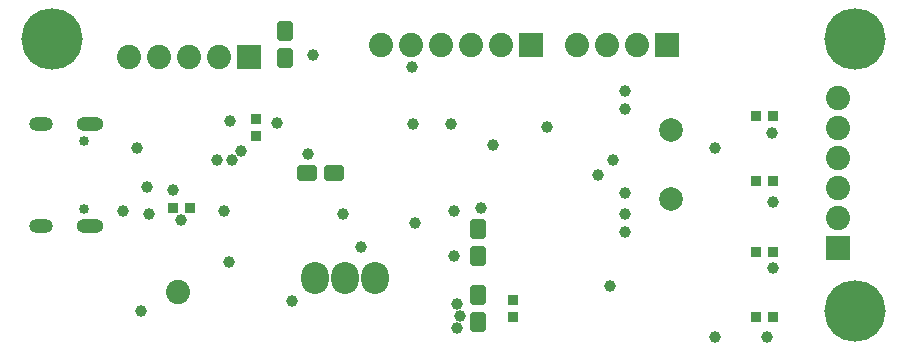
<source format=gbr>
%TF.GenerationSoftware,Altium Limited,Altium Designer,24.0.1 (36)*%
G04 Layer_Color=16711935*
%FSLAX45Y45*%
%MOMM*%
%TF.SameCoordinates,65C793CC-7C80-44E8-9821-AA658A2EEAB5*%
%TF.FilePolarity,Negative*%
%TF.FileFunction,Soldermask,Bot*%
%TF.Part,Single*%
G01*
G75*
%TA.AperFunction,SMDPad,CuDef*%
G04:AMPARAMS|DCode=53|XSize=1.624mm|YSize=1.37mm|CornerRadius=0.14525mm|HoleSize=0mm|Usage=FLASHONLY|Rotation=0.000|XOffset=0mm|YOffset=0mm|HoleType=Round|Shape=RoundedRectangle|*
%AMROUNDEDRECTD53*
21,1,1.62400,1.07950,0,0,0.0*
21,1,1.33350,1.37000,0,0,0.0*
1,1,0.29050,0.66675,-0.53975*
1,1,0.29050,-0.66675,-0.53975*
1,1,0.29050,-0.66675,0.53975*
1,1,0.29050,0.66675,0.53975*
%
%ADD53ROUNDEDRECTD53*%
G04:AMPARAMS|DCode=60|XSize=1.624mm|YSize=1.37mm|CornerRadius=0.14525mm|HoleSize=0mm|Usage=FLASHONLY|Rotation=270.000|XOffset=0mm|YOffset=0mm|HoleType=Round|Shape=RoundedRectangle|*
%AMROUNDEDRECTD60*
21,1,1.62400,1.07950,0,0,270.0*
21,1,1.33350,1.37000,0,0,270.0*
1,1,0.29050,-0.53975,-0.66675*
1,1,0.29050,-0.53975,0.66675*
1,1,0.29050,0.53975,0.66675*
1,1,0.29050,0.53975,-0.66675*
%
%ADD60ROUNDEDRECTD60*%
%TA.AperFunction,ComponentPad*%
%ADD67C,2.05320*%
%ADD68R,2.05320X2.05320*%
%ADD69R,2.05320X2.05320*%
%ADD70C,5.20320*%
%ADD71C,0.85320*%
%ADD72O,2.30320X1.20320*%
%ADD73O,2.00320X1.20320*%
%ADD74O,2.35320X2.70320*%
%TA.AperFunction,ViaPad*%
%ADD75C,2.00320*%
%ADD76C,1.00320*%
%ADD77C,2.05320*%
%TA.AperFunction,SMDPad,CuDef*%
G04:AMPARAMS|DCode=78|XSize=0.862mm|YSize=0.862mm|CornerRadius=0.0881mm|HoleSize=0mm|Usage=FLASHONLY|Rotation=0.000|XOffset=0mm|YOffset=0mm|HoleType=Round|Shape=RoundedRectangle|*
%AMROUNDEDRECTD78*
21,1,0.86200,0.68580,0,0,0.0*
21,1,0.68580,0.86200,0,0,0.0*
1,1,0.17620,0.34290,-0.34290*
1,1,0.17620,-0.34290,-0.34290*
1,1,0.17620,-0.34290,0.34290*
1,1,0.17620,0.34290,0.34290*
%
%ADD78ROUNDEDRECTD78*%
G04:AMPARAMS|DCode=79|XSize=0.862mm|YSize=0.862mm|CornerRadius=0.0881mm|HoleSize=0mm|Usage=FLASHONLY|Rotation=90.000|XOffset=0mm|YOffset=0mm|HoleType=Round|Shape=RoundedRectangle|*
%AMROUNDEDRECTD79*
21,1,0.86200,0.68580,0,0,90.0*
21,1,0.68580,0.86200,0,0,90.0*
1,1,0.17620,0.34290,0.34290*
1,1,0.17620,0.34290,-0.34290*
1,1,0.17620,-0.34290,-0.34290*
1,1,0.17620,-0.34290,0.34290*
%
%ADD79ROUNDEDRECTD79*%
D53*
X2507000Y1516500D02*
D03*
X2735600D02*
D03*
D60*
X2316500Y2723000D02*
D03*
Y2494400D02*
D03*
X3954800Y259200D02*
D03*
Y487800D02*
D03*
Y818000D02*
D03*
Y1046600D02*
D03*
D67*
X1000000Y2500000D02*
D03*
X1762000D02*
D03*
X1508000D02*
D03*
X1254000D02*
D03*
X7000000Y2154000D02*
D03*
Y1900000D02*
D03*
Y1138000D02*
D03*
Y1392000D02*
D03*
Y1646000D02*
D03*
X3130000Y2600000D02*
D03*
X3384000D02*
D03*
X4146000D02*
D03*
X3892000D02*
D03*
X3638000D02*
D03*
X5300000D02*
D03*
X5046000D02*
D03*
X4792000D02*
D03*
D68*
X2016000Y2500000D02*
D03*
X4400000Y2600000D02*
D03*
X5554000D02*
D03*
D69*
X7000000Y884000D02*
D03*
D70*
X7150000Y2650000D02*
D03*
X350000D02*
D03*
X7150000Y350000D02*
D03*
D71*
X618000Y1789000D02*
D03*
Y1211000D02*
D03*
D72*
X668000Y1068000D02*
D03*
Y1932000D02*
D03*
D73*
X250000Y1068000D02*
D03*
Y1932000D02*
D03*
D74*
X2824500Y627500D02*
D03*
X2570500D02*
D03*
X3078500D02*
D03*
D75*
X5588000Y1879600D02*
D03*
Y1295400D02*
D03*
D76*
X1803400Y1193800D02*
D03*
X2514600Y1676400D02*
D03*
X5961400Y1732400D02*
D03*
X2247900Y1943100D02*
D03*
X1854200Y1955800D02*
D03*
X3403600Y1930400D02*
D03*
X1066800Y1727200D02*
D03*
X1168400Y1168400D02*
D03*
X1371600Y1371600D02*
D03*
X1150000Y1400000D02*
D03*
X950000Y1200000D02*
D03*
X1440200Y1122800D02*
D03*
X1100000Y350000D02*
D03*
X2964200Y894200D02*
D03*
X2811800Y1173600D02*
D03*
X1745000Y1630800D02*
D03*
X3802400Y310000D02*
D03*
X2557800Y2519800D02*
D03*
X3396000Y2418200D02*
D03*
X3726200Y1935600D02*
D03*
X4081800Y1757800D02*
D03*
X5072400Y564000D02*
D03*
X5199400Y1351400D02*
D03*
X4970800Y1503800D02*
D03*
X4539000Y1910200D02*
D03*
X5199400Y1173600D02*
D03*
Y1021200D02*
D03*
Y2215000D02*
D03*
X5097800Y1630800D02*
D03*
X5199400Y2062600D02*
D03*
X3751600Y818000D02*
D03*
X3980200Y1224400D02*
D03*
X1846600Y767200D02*
D03*
X2380000Y437000D02*
D03*
X3774288Y210161D02*
D03*
X6444000Y1859400D02*
D03*
X6450000Y1275200D02*
D03*
Y716400D02*
D03*
X6400066Y132200D02*
D03*
X5961400D02*
D03*
X3751600Y1199000D02*
D03*
X3421400Y1097400D02*
D03*
X1872000Y1630800D02*
D03*
X1948200Y1707000D02*
D03*
X3777000Y411600D02*
D03*
D77*
X1414800Y513200D02*
D03*
D78*
X1371600Y1219200D02*
D03*
X1511300D02*
D03*
X6450000Y300000D02*
D03*
X6310300D02*
D03*
X6450000Y850000D02*
D03*
X6310300D02*
D03*
X6450000Y1450000D02*
D03*
X6310300D02*
D03*
X6450000Y2000000D02*
D03*
X6310300D02*
D03*
D79*
X4250000Y439700D02*
D03*
Y300000D02*
D03*
X2075200Y1973700D02*
D03*
Y1834000D02*
D03*
%TF.MD5,783da9272bc9f8febb622dc9b855fb14*%
M02*

</source>
